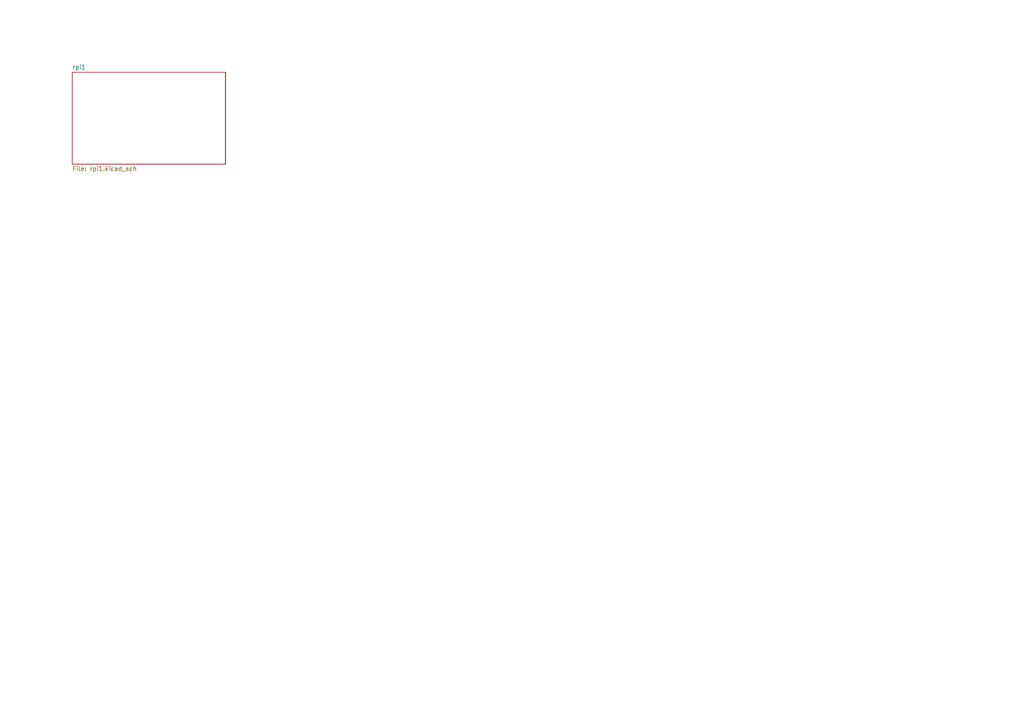
<source format=kicad_sch>
(kicad_sch (version 20211123) (generator eeschema)
  (paper "A4")
  (title_block (title "layer 4 schematic drawing") (date "2023-08-22") (rev "0.1") (company "8076ducc"))
  (lib_symbols)
  (sheet (at 20.955 20.955) (size 44.45 26.67) (stroke (width 0.1524))
    (property "Sheet name" "rpi1" (at 20.955 20.2434 0) (effects (justify left bottom)))
    (property "Sheet file" "rpi1.kicad_sch" (at 20.955 48.2096 0) (effects (justify left top)))
  )
)
</source>
